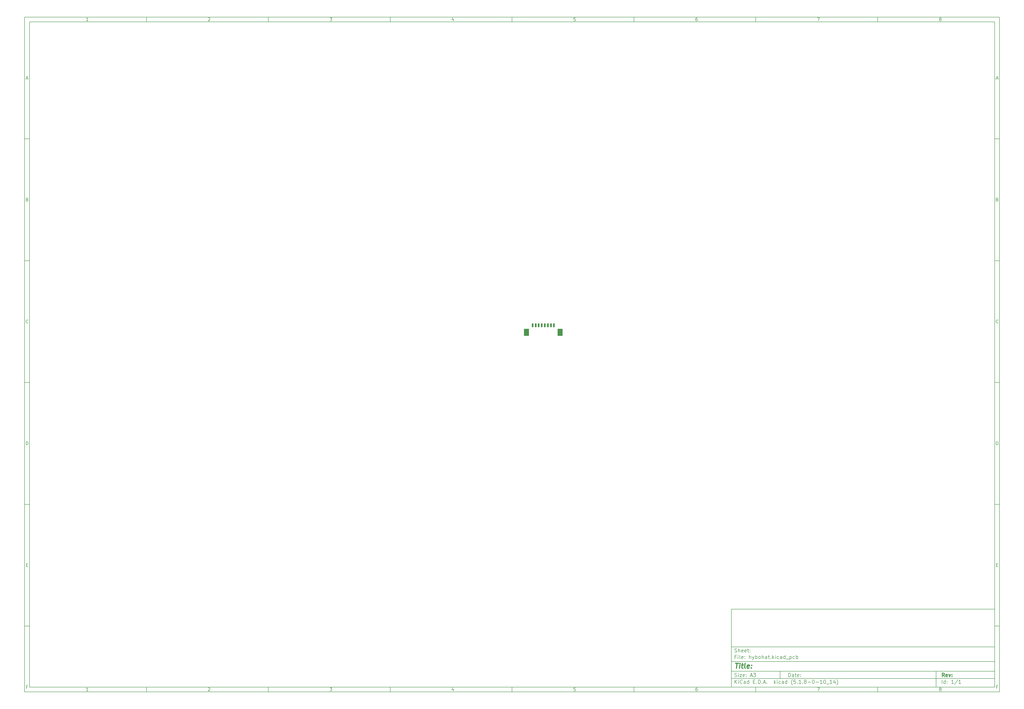
<source format=gbr>
G04 #@! TF.GenerationSoftware,KiCad,Pcbnew,(5.1.8-0-10_14)*
G04 #@! TF.CreationDate,2020-11-12T09:26:00+09:00*
G04 #@! TF.ProjectId,hybohat,6879626f-6861-4742-9e6b-696361645f70,rev?*
G04 #@! TF.SameCoordinates,Original*
G04 #@! TF.FileFunction,Paste,Top*
G04 #@! TF.FilePolarity,Positive*
%FSLAX46Y46*%
G04 Gerber Fmt 4.6, Leading zero omitted, Abs format (unit mm)*
G04 Created by KiCad (PCBNEW (5.1.8-0-10_14)) date 2020-11-12 09:26:00*
%MOMM*%
%LPD*%
G01*
G04 APERTURE LIST*
%ADD10C,0.100000*%
%ADD11C,0.150000*%
%ADD12C,0.300000*%
%ADD13C,0.400000*%
%ADD14R,2.100000X3.000000*%
%ADD15R,0.800000X1.600000*%
G04 APERTURE END LIST*
D10*
D11*
X299989000Y-253002200D02*
X299989000Y-285002200D01*
X407989000Y-285002200D01*
X407989000Y-253002200D01*
X299989000Y-253002200D01*
D10*
D11*
X10000000Y-10000000D02*
X10000000Y-287002200D01*
X409989000Y-287002200D01*
X409989000Y-10000000D01*
X10000000Y-10000000D01*
D10*
D11*
X12000000Y-12000000D02*
X12000000Y-285002200D01*
X407989000Y-285002200D01*
X407989000Y-12000000D01*
X12000000Y-12000000D01*
D10*
D11*
X60000000Y-12000000D02*
X60000000Y-10000000D01*
D10*
D11*
X110000000Y-12000000D02*
X110000000Y-10000000D01*
D10*
D11*
X160000000Y-12000000D02*
X160000000Y-10000000D01*
D10*
D11*
X210000000Y-12000000D02*
X210000000Y-10000000D01*
D10*
D11*
X260000000Y-12000000D02*
X260000000Y-10000000D01*
D10*
D11*
X310000000Y-12000000D02*
X310000000Y-10000000D01*
D10*
D11*
X360000000Y-12000000D02*
X360000000Y-10000000D01*
D10*
D11*
X36065476Y-11588095D02*
X35322619Y-11588095D01*
X35694047Y-11588095D02*
X35694047Y-10288095D01*
X35570238Y-10473809D01*
X35446428Y-10597619D01*
X35322619Y-10659523D01*
D10*
D11*
X85322619Y-10411904D02*
X85384523Y-10350000D01*
X85508333Y-10288095D01*
X85817857Y-10288095D01*
X85941666Y-10350000D01*
X86003571Y-10411904D01*
X86065476Y-10535714D01*
X86065476Y-10659523D01*
X86003571Y-10845238D01*
X85260714Y-11588095D01*
X86065476Y-11588095D01*
D10*
D11*
X135260714Y-10288095D02*
X136065476Y-10288095D01*
X135632142Y-10783333D01*
X135817857Y-10783333D01*
X135941666Y-10845238D01*
X136003571Y-10907142D01*
X136065476Y-11030952D01*
X136065476Y-11340476D01*
X136003571Y-11464285D01*
X135941666Y-11526190D01*
X135817857Y-11588095D01*
X135446428Y-11588095D01*
X135322619Y-11526190D01*
X135260714Y-11464285D01*
D10*
D11*
X185941666Y-10721428D02*
X185941666Y-11588095D01*
X185632142Y-10226190D02*
X185322619Y-11154761D01*
X186127380Y-11154761D01*
D10*
D11*
X236003571Y-10288095D02*
X235384523Y-10288095D01*
X235322619Y-10907142D01*
X235384523Y-10845238D01*
X235508333Y-10783333D01*
X235817857Y-10783333D01*
X235941666Y-10845238D01*
X236003571Y-10907142D01*
X236065476Y-11030952D01*
X236065476Y-11340476D01*
X236003571Y-11464285D01*
X235941666Y-11526190D01*
X235817857Y-11588095D01*
X235508333Y-11588095D01*
X235384523Y-11526190D01*
X235322619Y-11464285D01*
D10*
D11*
X285941666Y-10288095D02*
X285694047Y-10288095D01*
X285570238Y-10350000D01*
X285508333Y-10411904D01*
X285384523Y-10597619D01*
X285322619Y-10845238D01*
X285322619Y-11340476D01*
X285384523Y-11464285D01*
X285446428Y-11526190D01*
X285570238Y-11588095D01*
X285817857Y-11588095D01*
X285941666Y-11526190D01*
X286003571Y-11464285D01*
X286065476Y-11340476D01*
X286065476Y-11030952D01*
X286003571Y-10907142D01*
X285941666Y-10845238D01*
X285817857Y-10783333D01*
X285570238Y-10783333D01*
X285446428Y-10845238D01*
X285384523Y-10907142D01*
X285322619Y-11030952D01*
D10*
D11*
X335260714Y-10288095D02*
X336127380Y-10288095D01*
X335570238Y-11588095D01*
D10*
D11*
X385570238Y-10845238D02*
X385446428Y-10783333D01*
X385384523Y-10721428D01*
X385322619Y-10597619D01*
X385322619Y-10535714D01*
X385384523Y-10411904D01*
X385446428Y-10350000D01*
X385570238Y-10288095D01*
X385817857Y-10288095D01*
X385941666Y-10350000D01*
X386003571Y-10411904D01*
X386065476Y-10535714D01*
X386065476Y-10597619D01*
X386003571Y-10721428D01*
X385941666Y-10783333D01*
X385817857Y-10845238D01*
X385570238Y-10845238D01*
X385446428Y-10907142D01*
X385384523Y-10969047D01*
X385322619Y-11092857D01*
X385322619Y-11340476D01*
X385384523Y-11464285D01*
X385446428Y-11526190D01*
X385570238Y-11588095D01*
X385817857Y-11588095D01*
X385941666Y-11526190D01*
X386003571Y-11464285D01*
X386065476Y-11340476D01*
X386065476Y-11092857D01*
X386003571Y-10969047D01*
X385941666Y-10907142D01*
X385817857Y-10845238D01*
D10*
D11*
X60000000Y-285002200D02*
X60000000Y-287002200D01*
D10*
D11*
X110000000Y-285002200D02*
X110000000Y-287002200D01*
D10*
D11*
X160000000Y-285002200D02*
X160000000Y-287002200D01*
D10*
D11*
X210000000Y-285002200D02*
X210000000Y-287002200D01*
D10*
D11*
X260000000Y-285002200D02*
X260000000Y-287002200D01*
D10*
D11*
X310000000Y-285002200D02*
X310000000Y-287002200D01*
D10*
D11*
X360000000Y-285002200D02*
X360000000Y-287002200D01*
D10*
D11*
X36065476Y-286590295D02*
X35322619Y-286590295D01*
X35694047Y-286590295D02*
X35694047Y-285290295D01*
X35570238Y-285476009D01*
X35446428Y-285599819D01*
X35322619Y-285661723D01*
D10*
D11*
X85322619Y-285414104D02*
X85384523Y-285352200D01*
X85508333Y-285290295D01*
X85817857Y-285290295D01*
X85941666Y-285352200D01*
X86003571Y-285414104D01*
X86065476Y-285537914D01*
X86065476Y-285661723D01*
X86003571Y-285847438D01*
X85260714Y-286590295D01*
X86065476Y-286590295D01*
D10*
D11*
X135260714Y-285290295D02*
X136065476Y-285290295D01*
X135632142Y-285785533D01*
X135817857Y-285785533D01*
X135941666Y-285847438D01*
X136003571Y-285909342D01*
X136065476Y-286033152D01*
X136065476Y-286342676D01*
X136003571Y-286466485D01*
X135941666Y-286528390D01*
X135817857Y-286590295D01*
X135446428Y-286590295D01*
X135322619Y-286528390D01*
X135260714Y-286466485D01*
D10*
D11*
X185941666Y-285723628D02*
X185941666Y-286590295D01*
X185632142Y-285228390D02*
X185322619Y-286156961D01*
X186127380Y-286156961D01*
D10*
D11*
X236003571Y-285290295D02*
X235384523Y-285290295D01*
X235322619Y-285909342D01*
X235384523Y-285847438D01*
X235508333Y-285785533D01*
X235817857Y-285785533D01*
X235941666Y-285847438D01*
X236003571Y-285909342D01*
X236065476Y-286033152D01*
X236065476Y-286342676D01*
X236003571Y-286466485D01*
X235941666Y-286528390D01*
X235817857Y-286590295D01*
X235508333Y-286590295D01*
X235384523Y-286528390D01*
X235322619Y-286466485D01*
D10*
D11*
X285941666Y-285290295D02*
X285694047Y-285290295D01*
X285570238Y-285352200D01*
X285508333Y-285414104D01*
X285384523Y-285599819D01*
X285322619Y-285847438D01*
X285322619Y-286342676D01*
X285384523Y-286466485D01*
X285446428Y-286528390D01*
X285570238Y-286590295D01*
X285817857Y-286590295D01*
X285941666Y-286528390D01*
X286003571Y-286466485D01*
X286065476Y-286342676D01*
X286065476Y-286033152D01*
X286003571Y-285909342D01*
X285941666Y-285847438D01*
X285817857Y-285785533D01*
X285570238Y-285785533D01*
X285446428Y-285847438D01*
X285384523Y-285909342D01*
X285322619Y-286033152D01*
D10*
D11*
X335260714Y-285290295D02*
X336127380Y-285290295D01*
X335570238Y-286590295D01*
D10*
D11*
X385570238Y-285847438D02*
X385446428Y-285785533D01*
X385384523Y-285723628D01*
X385322619Y-285599819D01*
X385322619Y-285537914D01*
X385384523Y-285414104D01*
X385446428Y-285352200D01*
X385570238Y-285290295D01*
X385817857Y-285290295D01*
X385941666Y-285352200D01*
X386003571Y-285414104D01*
X386065476Y-285537914D01*
X386065476Y-285599819D01*
X386003571Y-285723628D01*
X385941666Y-285785533D01*
X385817857Y-285847438D01*
X385570238Y-285847438D01*
X385446428Y-285909342D01*
X385384523Y-285971247D01*
X385322619Y-286095057D01*
X385322619Y-286342676D01*
X385384523Y-286466485D01*
X385446428Y-286528390D01*
X385570238Y-286590295D01*
X385817857Y-286590295D01*
X385941666Y-286528390D01*
X386003571Y-286466485D01*
X386065476Y-286342676D01*
X386065476Y-286095057D01*
X386003571Y-285971247D01*
X385941666Y-285909342D01*
X385817857Y-285847438D01*
D10*
D11*
X10000000Y-60000000D02*
X12000000Y-60000000D01*
D10*
D11*
X10000000Y-110000000D02*
X12000000Y-110000000D01*
D10*
D11*
X10000000Y-160000000D02*
X12000000Y-160000000D01*
D10*
D11*
X10000000Y-210000000D02*
X12000000Y-210000000D01*
D10*
D11*
X10000000Y-260000000D02*
X12000000Y-260000000D01*
D10*
D11*
X10690476Y-35216666D02*
X11309523Y-35216666D01*
X10566666Y-35588095D02*
X11000000Y-34288095D01*
X11433333Y-35588095D01*
D10*
D11*
X11092857Y-84907142D02*
X11278571Y-84969047D01*
X11340476Y-85030952D01*
X11402380Y-85154761D01*
X11402380Y-85340476D01*
X11340476Y-85464285D01*
X11278571Y-85526190D01*
X11154761Y-85588095D01*
X10659523Y-85588095D01*
X10659523Y-84288095D01*
X11092857Y-84288095D01*
X11216666Y-84350000D01*
X11278571Y-84411904D01*
X11340476Y-84535714D01*
X11340476Y-84659523D01*
X11278571Y-84783333D01*
X11216666Y-84845238D01*
X11092857Y-84907142D01*
X10659523Y-84907142D01*
D10*
D11*
X11402380Y-135464285D02*
X11340476Y-135526190D01*
X11154761Y-135588095D01*
X11030952Y-135588095D01*
X10845238Y-135526190D01*
X10721428Y-135402380D01*
X10659523Y-135278571D01*
X10597619Y-135030952D01*
X10597619Y-134845238D01*
X10659523Y-134597619D01*
X10721428Y-134473809D01*
X10845238Y-134350000D01*
X11030952Y-134288095D01*
X11154761Y-134288095D01*
X11340476Y-134350000D01*
X11402380Y-134411904D01*
D10*
D11*
X10659523Y-185588095D02*
X10659523Y-184288095D01*
X10969047Y-184288095D01*
X11154761Y-184350000D01*
X11278571Y-184473809D01*
X11340476Y-184597619D01*
X11402380Y-184845238D01*
X11402380Y-185030952D01*
X11340476Y-185278571D01*
X11278571Y-185402380D01*
X11154761Y-185526190D01*
X10969047Y-185588095D01*
X10659523Y-185588095D01*
D10*
D11*
X10721428Y-234907142D02*
X11154761Y-234907142D01*
X11340476Y-235588095D02*
X10721428Y-235588095D01*
X10721428Y-234288095D01*
X11340476Y-234288095D01*
D10*
D11*
X11185714Y-284907142D02*
X10752380Y-284907142D01*
X10752380Y-285588095D02*
X10752380Y-284288095D01*
X11371428Y-284288095D01*
D10*
D11*
X409989000Y-60000000D02*
X407989000Y-60000000D01*
D10*
D11*
X409989000Y-110000000D02*
X407989000Y-110000000D01*
D10*
D11*
X409989000Y-160000000D02*
X407989000Y-160000000D01*
D10*
D11*
X409989000Y-210000000D02*
X407989000Y-210000000D01*
D10*
D11*
X409989000Y-260000000D02*
X407989000Y-260000000D01*
D10*
D11*
X408679476Y-35216666D02*
X409298523Y-35216666D01*
X408555666Y-35588095D02*
X408989000Y-34288095D01*
X409422333Y-35588095D01*
D10*
D11*
X409081857Y-84907142D02*
X409267571Y-84969047D01*
X409329476Y-85030952D01*
X409391380Y-85154761D01*
X409391380Y-85340476D01*
X409329476Y-85464285D01*
X409267571Y-85526190D01*
X409143761Y-85588095D01*
X408648523Y-85588095D01*
X408648523Y-84288095D01*
X409081857Y-84288095D01*
X409205666Y-84350000D01*
X409267571Y-84411904D01*
X409329476Y-84535714D01*
X409329476Y-84659523D01*
X409267571Y-84783333D01*
X409205666Y-84845238D01*
X409081857Y-84907142D01*
X408648523Y-84907142D01*
D10*
D11*
X409391380Y-135464285D02*
X409329476Y-135526190D01*
X409143761Y-135588095D01*
X409019952Y-135588095D01*
X408834238Y-135526190D01*
X408710428Y-135402380D01*
X408648523Y-135278571D01*
X408586619Y-135030952D01*
X408586619Y-134845238D01*
X408648523Y-134597619D01*
X408710428Y-134473809D01*
X408834238Y-134350000D01*
X409019952Y-134288095D01*
X409143761Y-134288095D01*
X409329476Y-134350000D01*
X409391380Y-134411904D01*
D10*
D11*
X408648523Y-185588095D02*
X408648523Y-184288095D01*
X408958047Y-184288095D01*
X409143761Y-184350000D01*
X409267571Y-184473809D01*
X409329476Y-184597619D01*
X409391380Y-184845238D01*
X409391380Y-185030952D01*
X409329476Y-185278571D01*
X409267571Y-185402380D01*
X409143761Y-185526190D01*
X408958047Y-185588095D01*
X408648523Y-185588095D01*
D10*
D11*
X408710428Y-234907142D02*
X409143761Y-234907142D01*
X409329476Y-235588095D02*
X408710428Y-235588095D01*
X408710428Y-234288095D01*
X409329476Y-234288095D01*
D10*
D11*
X409174714Y-284907142D02*
X408741380Y-284907142D01*
X408741380Y-285588095D02*
X408741380Y-284288095D01*
X409360428Y-284288095D01*
D10*
D11*
X323421142Y-280780771D02*
X323421142Y-279280771D01*
X323778285Y-279280771D01*
X323992571Y-279352200D01*
X324135428Y-279495057D01*
X324206857Y-279637914D01*
X324278285Y-279923628D01*
X324278285Y-280137914D01*
X324206857Y-280423628D01*
X324135428Y-280566485D01*
X323992571Y-280709342D01*
X323778285Y-280780771D01*
X323421142Y-280780771D01*
X325564000Y-280780771D02*
X325564000Y-279995057D01*
X325492571Y-279852200D01*
X325349714Y-279780771D01*
X325064000Y-279780771D01*
X324921142Y-279852200D01*
X325564000Y-280709342D02*
X325421142Y-280780771D01*
X325064000Y-280780771D01*
X324921142Y-280709342D01*
X324849714Y-280566485D01*
X324849714Y-280423628D01*
X324921142Y-280280771D01*
X325064000Y-280209342D01*
X325421142Y-280209342D01*
X325564000Y-280137914D01*
X326064000Y-279780771D02*
X326635428Y-279780771D01*
X326278285Y-279280771D02*
X326278285Y-280566485D01*
X326349714Y-280709342D01*
X326492571Y-280780771D01*
X326635428Y-280780771D01*
X327706857Y-280709342D02*
X327564000Y-280780771D01*
X327278285Y-280780771D01*
X327135428Y-280709342D01*
X327064000Y-280566485D01*
X327064000Y-279995057D01*
X327135428Y-279852200D01*
X327278285Y-279780771D01*
X327564000Y-279780771D01*
X327706857Y-279852200D01*
X327778285Y-279995057D01*
X327778285Y-280137914D01*
X327064000Y-280280771D01*
X328421142Y-280637914D02*
X328492571Y-280709342D01*
X328421142Y-280780771D01*
X328349714Y-280709342D01*
X328421142Y-280637914D01*
X328421142Y-280780771D01*
X328421142Y-279852200D02*
X328492571Y-279923628D01*
X328421142Y-279995057D01*
X328349714Y-279923628D01*
X328421142Y-279852200D01*
X328421142Y-279995057D01*
D10*
D11*
X299989000Y-281502200D02*
X407989000Y-281502200D01*
D10*
D11*
X301421142Y-283580771D02*
X301421142Y-282080771D01*
X302278285Y-283580771D02*
X301635428Y-282723628D01*
X302278285Y-282080771D02*
X301421142Y-282937914D01*
X302921142Y-283580771D02*
X302921142Y-282580771D01*
X302921142Y-282080771D02*
X302849714Y-282152200D01*
X302921142Y-282223628D01*
X302992571Y-282152200D01*
X302921142Y-282080771D01*
X302921142Y-282223628D01*
X304492571Y-283437914D02*
X304421142Y-283509342D01*
X304206857Y-283580771D01*
X304064000Y-283580771D01*
X303849714Y-283509342D01*
X303706857Y-283366485D01*
X303635428Y-283223628D01*
X303564000Y-282937914D01*
X303564000Y-282723628D01*
X303635428Y-282437914D01*
X303706857Y-282295057D01*
X303849714Y-282152200D01*
X304064000Y-282080771D01*
X304206857Y-282080771D01*
X304421142Y-282152200D01*
X304492571Y-282223628D01*
X305778285Y-283580771D02*
X305778285Y-282795057D01*
X305706857Y-282652200D01*
X305564000Y-282580771D01*
X305278285Y-282580771D01*
X305135428Y-282652200D01*
X305778285Y-283509342D02*
X305635428Y-283580771D01*
X305278285Y-283580771D01*
X305135428Y-283509342D01*
X305064000Y-283366485D01*
X305064000Y-283223628D01*
X305135428Y-283080771D01*
X305278285Y-283009342D01*
X305635428Y-283009342D01*
X305778285Y-282937914D01*
X307135428Y-283580771D02*
X307135428Y-282080771D01*
X307135428Y-283509342D02*
X306992571Y-283580771D01*
X306706857Y-283580771D01*
X306564000Y-283509342D01*
X306492571Y-283437914D01*
X306421142Y-283295057D01*
X306421142Y-282866485D01*
X306492571Y-282723628D01*
X306564000Y-282652200D01*
X306706857Y-282580771D01*
X306992571Y-282580771D01*
X307135428Y-282652200D01*
X308992571Y-282795057D02*
X309492571Y-282795057D01*
X309706857Y-283580771D02*
X308992571Y-283580771D01*
X308992571Y-282080771D01*
X309706857Y-282080771D01*
X310349714Y-283437914D02*
X310421142Y-283509342D01*
X310349714Y-283580771D01*
X310278285Y-283509342D01*
X310349714Y-283437914D01*
X310349714Y-283580771D01*
X311064000Y-283580771D02*
X311064000Y-282080771D01*
X311421142Y-282080771D01*
X311635428Y-282152200D01*
X311778285Y-282295057D01*
X311849714Y-282437914D01*
X311921142Y-282723628D01*
X311921142Y-282937914D01*
X311849714Y-283223628D01*
X311778285Y-283366485D01*
X311635428Y-283509342D01*
X311421142Y-283580771D01*
X311064000Y-283580771D01*
X312564000Y-283437914D02*
X312635428Y-283509342D01*
X312564000Y-283580771D01*
X312492571Y-283509342D01*
X312564000Y-283437914D01*
X312564000Y-283580771D01*
X313206857Y-283152200D02*
X313921142Y-283152200D01*
X313064000Y-283580771D02*
X313564000Y-282080771D01*
X314064000Y-283580771D01*
X314564000Y-283437914D02*
X314635428Y-283509342D01*
X314564000Y-283580771D01*
X314492571Y-283509342D01*
X314564000Y-283437914D01*
X314564000Y-283580771D01*
X317564000Y-283580771D02*
X317564000Y-282080771D01*
X317706857Y-283009342D02*
X318135428Y-283580771D01*
X318135428Y-282580771D02*
X317564000Y-283152200D01*
X318778285Y-283580771D02*
X318778285Y-282580771D01*
X318778285Y-282080771D02*
X318706857Y-282152200D01*
X318778285Y-282223628D01*
X318849714Y-282152200D01*
X318778285Y-282080771D01*
X318778285Y-282223628D01*
X320135428Y-283509342D02*
X319992571Y-283580771D01*
X319706857Y-283580771D01*
X319564000Y-283509342D01*
X319492571Y-283437914D01*
X319421142Y-283295057D01*
X319421142Y-282866485D01*
X319492571Y-282723628D01*
X319564000Y-282652200D01*
X319706857Y-282580771D01*
X319992571Y-282580771D01*
X320135428Y-282652200D01*
X321421142Y-283580771D02*
X321421142Y-282795057D01*
X321349714Y-282652200D01*
X321206857Y-282580771D01*
X320921142Y-282580771D01*
X320778285Y-282652200D01*
X321421142Y-283509342D02*
X321278285Y-283580771D01*
X320921142Y-283580771D01*
X320778285Y-283509342D01*
X320706857Y-283366485D01*
X320706857Y-283223628D01*
X320778285Y-283080771D01*
X320921142Y-283009342D01*
X321278285Y-283009342D01*
X321421142Y-282937914D01*
X322778285Y-283580771D02*
X322778285Y-282080771D01*
X322778285Y-283509342D02*
X322635428Y-283580771D01*
X322349714Y-283580771D01*
X322206857Y-283509342D01*
X322135428Y-283437914D01*
X322064000Y-283295057D01*
X322064000Y-282866485D01*
X322135428Y-282723628D01*
X322206857Y-282652200D01*
X322349714Y-282580771D01*
X322635428Y-282580771D01*
X322778285Y-282652200D01*
X325064000Y-284152200D02*
X324992571Y-284080771D01*
X324849714Y-283866485D01*
X324778285Y-283723628D01*
X324706857Y-283509342D01*
X324635428Y-283152200D01*
X324635428Y-282866485D01*
X324706857Y-282509342D01*
X324778285Y-282295057D01*
X324849714Y-282152200D01*
X324992571Y-281937914D01*
X325064000Y-281866485D01*
X326349714Y-282080771D02*
X325635428Y-282080771D01*
X325564000Y-282795057D01*
X325635428Y-282723628D01*
X325778285Y-282652200D01*
X326135428Y-282652200D01*
X326278285Y-282723628D01*
X326349714Y-282795057D01*
X326421142Y-282937914D01*
X326421142Y-283295057D01*
X326349714Y-283437914D01*
X326278285Y-283509342D01*
X326135428Y-283580771D01*
X325778285Y-283580771D01*
X325635428Y-283509342D01*
X325564000Y-283437914D01*
X327064000Y-283437914D02*
X327135428Y-283509342D01*
X327064000Y-283580771D01*
X326992571Y-283509342D01*
X327064000Y-283437914D01*
X327064000Y-283580771D01*
X328564000Y-283580771D02*
X327706857Y-283580771D01*
X328135428Y-283580771D02*
X328135428Y-282080771D01*
X327992571Y-282295057D01*
X327849714Y-282437914D01*
X327706857Y-282509342D01*
X329206857Y-283437914D02*
X329278285Y-283509342D01*
X329206857Y-283580771D01*
X329135428Y-283509342D01*
X329206857Y-283437914D01*
X329206857Y-283580771D01*
X330135428Y-282723628D02*
X329992571Y-282652200D01*
X329921142Y-282580771D01*
X329849714Y-282437914D01*
X329849714Y-282366485D01*
X329921142Y-282223628D01*
X329992571Y-282152200D01*
X330135428Y-282080771D01*
X330421142Y-282080771D01*
X330564000Y-282152200D01*
X330635428Y-282223628D01*
X330706857Y-282366485D01*
X330706857Y-282437914D01*
X330635428Y-282580771D01*
X330564000Y-282652200D01*
X330421142Y-282723628D01*
X330135428Y-282723628D01*
X329992571Y-282795057D01*
X329921142Y-282866485D01*
X329849714Y-283009342D01*
X329849714Y-283295057D01*
X329921142Y-283437914D01*
X329992571Y-283509342D01*
X330135428Y-283580771D01*
X330421142Y-283580771D01*
X330564000Y-283509342D01*
X330635428Y-283437914D01*
X330706857Y-283295057D01*
X330706857Y-283009342D01*
X330635428Y-282866485D01*
X330564000Y-282795057D01*
X330421142Y-282723628D01*
X331349714Y-283009342D02*
X332492571Y-283009342D01*
X333492571Y-282080771D02*
X333635428Y-282080771D01*
X333778285Y-282152200D01*
X333849714Y-282223628D01*
X333921142Y-282366485D01*
X333992571Y-282652200D01*
X333992571Y-283009342D01*
X333921142Y-283295057D01*
X333849714Y-283437914D01*
X333778285Y-283509342D01*
X333635428Y-283580771D01*
X333492571Y-283580771D01*
X333349714Y-283509342D01*
X333278285Y-283437914D01*
X333206857Y-283295057D01*
X333135428Y-283009342D01*
X333135428Y-282652200D01*
X333206857Y-282366485D01*
X333278285Y-282223628D01*
X333349714Y-282152200D01*
X333492571Y-282080771D01*
X334635428Y-283009342D02*
X335778285Y-283009342D01*
X337278285Y-283580771D02*
X336421142Y-283580771D01*
X336849714Y-283580771D02*
X336849714Y-282080771D01*
X336706857Y-282295057D01*
X336564000Y-282437914D01*
X336421142Y-282509342D01*
X338206857Y-282080771D02*
X338349714Y-282080771D01*
X338492571Y-282152200D01*
X338564000Y-282223628D01*
X338635428Y-282366485D01*
X338706857Y-282652200D01*
X338706857Y-283009342D01*
X338635428Y-283295057D01*
X338564000Y-283437914D01*
X338492571Y-283509342D01*
X338349714Y-283580771D01*
X338206857Y-283580771D01*
X338064000Y-283509342D01*
X337992571Y-283437914D01*
X337921142Y-283295057D01*
X337849714Y-283009342D01*
X337849714Y-282652200D01*
X337921142Y-282366485D01*
X337992571Y-282223628D01*
X338064000Y-282152200D01*
X338206857Y-282080771D01*
X338992571Y-283723628D02*
X340135428Y-283723628D01*
X341278285Y-283580771D02*
X340421142Y-283580771D01*
X340849714Y-283580771D02*
X340849714Y-282080771D01*
X340706857Y-282295057D01*
X340564000Y-282437914D01*
X340421142Y-282509342D01*
X342564000Y-282580771D02*
X342564000Y-283580771D01*
X342206857Y-282009342D02*
X341849714Y-283080771D01*
X342778285Y-283080771D01*
X343206857Y-284152200D02*
X343278285Y-284080771D01*
X343421142Y-283866485D01*
X343492571Y-283723628D01*
X343564000Y-283509342D01*
X343635428Y-283152200D01*
X343635428Y-282866485D01*
X343564000Y-282509342D01*
X343492571Y-282295057D01*
X343421142Y-282152200D01*
X343278285Y-281937914D01*
X343206857Y-281866485D01*
D10*
D11*
X299989000Y-278502200D02*
X407989000Y-278502200D01*
D10*
D12*
X387398285Y-280780771D02*
X386898285Y-280066485D01*
X386541142Y-280780771D02*
X386541142Y-279280771D01*
X387112571Y-279280771D01*
X387255428Y-279352200D01*
X387326857Y-279423628D01*
X387398285Y-279566485D01*
X387398285Y-279780771D01*
X387326857Y-279923628D01*
X387255428Y-279995057D01*
X387112571Y-280066485D01*
X386541142Y-280066485D01*
X388612571Y-280709342D02*
X388469714Y-280780771D01*
X388184000Y-280780771D01*
X388041142Y-280709342D01*
X387969714Y-280566485D01*
X387969714Y-279995057D01*
X388041142Y-279852200D01*
X388184000Y-279780771D01*
X388469714Y-279780771D01*
X388612571Y-279852200D01*
X388684000Y-279995057D01*
X388684000Y-280137914D01*
X387969714Y-280280771D01*
X389184000Y-279780771D02*
X389541142Y-280780771D01*
X389898285Y-279780771D01*
X390469714Y-280637914D02*
X390541142Y-280709342D01*
X390469714Y-280780771D01*
X390398285Y-280709342D01*
X390469714Y-280637914D01*
X390469714Y-280780771D01*
X390469714Y-279852200D02*
X390541142Y-279923628D01*
X390469714Y-279995057D01*
X390398285Y-279923628D01*
X390469714Y-279852200D01*
X390469714Y-279995057D01*
D10*
D11*
X301349714Y-280709342D02*
X301564000Y-280780771D01*
X301921142Y-280780771D01*
X302064000Y-280709342D01*
X302135428Y-280637914D01*
X302206857Y-280495057D01*
X302206857Y-280352200D01*
X302135428Y-280209342D01*
X302064000Y-280137914D01*
X301921142Y-280066485D01*
X301635428Y-279995057D01*
X301492571Y-279923628D01*
X301421142Y-279852200D01*
X301349714Y-279709342D01*
X301349714Y-279566485D01*
X301421142Y-279423628D01*
X301492571Y-279352200D01*
X301635428Y-279280771D01*
X301992571Y-279280771D01*
X302206857Y-279352200D01*
X302849714Y-280780771D02*
X302849714Y-279780771D01*
X302849714Y-279280771D02*
X302778285Y-279352200D01*
X302849714Y-279423628D01*
X302921142Y-279352200D01*
X302849714Y-279280771D01*
X302849714Y-279423628D01*
X303421142Y-279780771D02*
X304206857Y-279780771D01*
X303421142Y-280780771D01*
X304206857Y-280780771D01*
X305349714Y-280709342D02*
X305206857Y-280780771D01*
X304921142Y-280780771D01*
X304778285Y-280709342D01*
X304706857Y-280566485D01*
X304706857Y-279995057D01*
X304778285Y-279852200D01*
X304921142Y-279780771D01*
X305206857Y-279780771D01*
X305349714Y-279852200D01*
X305421142Y-279995057D01*
X305421142Y-280137914D01*
X304706857Y-280280771D01*
X306064000Y-280637914D02*
X306135428Y-280709342D01*
X306064000Y-280780771D01*
X305992571Y-280709342D01*
X306064000Y-280637914D01*
X306064000Y-280780771D01*
X306064000Y-279852200D02*
X306135428Y-279923628D01*
X306064000Y-279995057D01*
X305992571Y-279923628D01*
X306064000Y-279852200D01*
X306064000Y-279995057D01*
X307849714Y-280352200D02*
X308564000Y-280352200D01*
X307706857Y-280780771D02*
X308206857Y-279280771D01*
X308706857Y-280780771D01*
X309064000Y-279280771D02*
X309992571Y-279280771D01*
X309492571Y-279852200D01*
X309706857Y-279852200D01*
X309849714Y-279923628D01*
X309921142Y-279995057D01*
X309992571Y-280137914D01*
X309992571Y-280495057D01*
X309921142Y-280637914D01*
X309849714Y-280709342D01*
X309706857Y-280780771D01*
X309278285Y-280780771D01*
X309135428Y-280709342D01*
X309064000Y-280637914D01*
D10*
D11*
X386421142Y-283580771D02*
X386421142Y-282080771D01*
X387778285Y-283580771D02*
X387778285Y-282080771D01*
X387778285Y-283509342D02*
X387635428Y-283580771D01*
X387349714Y-283580771D01*
X387206857Y-283509342D01*
X387135428Y-283437914D01*
X387064000Y-283295057D01*
X387064000Y-282866485D01*
X387135428Y-282723628D01*
X387206857Y-282652200D01*
X387349714Y-282580771D01*
X387635428Y-282580771D01*
X387778285Y-282652200D01*
X388492571Y-283437914D02*
X388564000Y-283509342D01*
X388492571Y-283580771D01*
X388421142Y-283509342D01*
X388492571Y-283437914D01*
X388492571Y-283580771D01*
X388492571Y-282652200D02*
X388564000Y-282723628D01*
X388492571Y-282795057D01*
X388421142Y-282723628D01*
X388492571Y-282652200D01*
X388492571Y-282795057D01*
X391135428Y-283580771D02*
X390278285Y-283580771D01*
X390706857Y-283580771D02*
X390706857Y-282080771D01*
X390564000Y-282295057D01*
X390421142Y-282437914D01*
X390278285Y-282509342D01*
X392849714Y-282009342D02*
X391564000Y-283937914D01*
X394135428Y-283580771D02*
X393278285Y-283580771D01*
X393706857Y-283580771D02*
X393706857Y-282080771D01*
X393564000Y-282295057D01*
X393421142Y-282437914D01*
X393278285Y-282509342D01*
D10*
D11*
X299989000Y-274502200D02*
X407989000Y-274502200D01*
D10*
D13*
X301701380Y-275206961D02*
X302844238Y-275206961D01*
X302022809Y-277206961D02*
X302272809Y-275206961D01*
X303260904Y-277206961D02*
X303427571Y-275873628D01*
X303510904Y-275206961D02*
X303403761Y-275302200D01*
X303487095Y-275397438D01*
X303594238Y-275302200D01*
X303510904Y-275206961D01*
X303487095Y-275397438D01*
X304094238Y-275873628D02*
X304856142Y-275873628D01*
X304463285Y-275206961D02*
X304249000Y-276921247D01*
X304320428Y-277111723D01*
X304499000Y-277206961D01*
X304689476Y-277206961D01*
X305641857Y-277206961D02*
X305463285Y-277111723D01*
X305391857Y-276921247D01*
X305606142Y-275206961D01*
X307177571Y-277111723D02*
X306975190Y-277206961D01*
X306594238Y-277206961D01*
X306415666Y-277111723D01*
X306344238Y-276921247D01*
X306439476Y-276159342D01*
X306558523Y-275968866D01*
X306760904Y-275873628D01*
X307141857Y-275873628D01*
X307320428Y-275968866D01*
X307391857Y-276159342D01*
X307368047Y-276349819D01*
X306391857Y-276540295D01*
X308141857Y-277016485D02*
X308225190Y-277111723D01*
X308118047Y-277206961D01*
X308034714Y-277111723D01*
X308141857Y-277016485D01*
X308118047Y-277206961D01*
X308272809Y-275968866D02*
X308356142Y-276064104D01*
X308249000Y-276159342D01*
X308165666Y-276064104D01*
X308272809Y-275968866D01*
X308249000Y-276159342D01*
D10*
D11*
X301921142Y-272595057D02*
X301421142Y-272595057D01*
X301421142Y-273380771D02*
X301421142Y-271880771D01*
X302135428Y-271880771D01*
X302706857Y-273380771D02*
X302706857Y-272380771D01*
X302706857Y-271880771D02*
X302635428Y-271952200D01*
X302706857Y-272023628D01*
X302778285Y-271952200D01*
X302706857Y-271880771D01*
X302706857Y-272023628D01*
X303635428Y-273380771D02*
X303492571Y-273309342D01*
X303421142Y-273166485D01*
X303421142Y-271880771D01*
X304778285Y-273309342D02*
X304635428Y-273380771D01*
X304349714Y-273380771D01*
X304206857Y-273309342D01*
X304135428Y-273166485D01*
X304135428Y-272595057D01*
X304206857Y-272452200D01*
X304349714Y-272380771D01*
X304635428Y-272380771D01*
X304778285Y-272452200D01*
X304849714Y-272595057D01*
X304849714Y-272737914D01*
X304135428Y-272880771D01*
X305492571Y-273237914D02*
X305564000Y-273309342D01*
X305492571Y-273380771D01*
X305421142Y-273309342D01*
X305492571Y-273237914D01*
X305492571Y-273380771D01*
X305492571Y-272452200D02*
X305564000Y-272523628D01*
X305492571Y-272595057D01*
X305421142Y-272523628D01*
X305492571Y-272452200D01*
X305492571Y-272595057D01*
X307349714Y-273380771D02*
X307349714Y-271880771D01*
X307992571Y-273380771D02*
X307992571Y-272595057D01*
X307921142Y-272452200D01*
X307778285Y-272380771D01*
X307564000Y-272380771D01*
X307421142Y-272452200D01*
X307349714Y-272523628D01*
X308564000Y-272380771D02*
X308921142Y-273380771D01*
X309278285Y-272380771D02*
X308921142Y-273380771D01*
X308778285Y-273737914D01*
X308706857Y-273809342D01*
X308564000Y-273880771D01*
X309849714Y-273380771D02*
X309849714Y-271880771D01*
X309849714Y-272452200D02*
X309992571Y-272380771D01*
X310278285Y-272380771D01*
X310421142Y-272452200D01*
X310492571Y-272523628D01*
X310564000Y-272666485D01*
X310564000Y-273095057D01*
X310492571Y-273237914D01*
X310421142Y-273309342D01*
X310278285Y-273380771D01*
X309992571Y-273380771D01*
X309849714Y-273309342D01*
X311421142Y-273380771D02*
X311278285Y-273309342D01*
X311206857Y-273237914D01*
X311135428Y-273095057D01*
X311135428Y-272666485D01*
X311206857Y-272523628D01*
X311278285Y-272452200D01*
X311421142Y-272380771D01*
X311635428Y-272380771D01*
X311778285Y-272452200D01*
X311849714Y-272523628D01*
X311921142Y-272666485D01*
X311921142Y-273095057D01*
X311849714Y-273237914D01*
X311778285Y-273309342D01*
X311635428Y-273380771D01*
X311421142Y-273380771D01*
X312564000Y-273380771D02*
X312564000Y-271880771D01*
X313206857Y-273380771D02*
X313206857Y-272595057D01*
X313135428Y-272452200D01*
X312992571Y-272380771D01*
X312778285Y-272380771D01*
X312635428Y-272452200D01*
X312564000Y-272523628D01*
X314564000Y-273380771D02*
X314564000Y-272595057D01*
X314492571Y-272452200D01*
X314349714Y-272380771D01*
X314064000Y-272380771D01*
X313921142Y-272452200D01*
X314564000Y-273309342D02*
X314421142Y-273380771D01*
X314064000Y-273380771D01*
X313921142Y-273309342D01*
X313849714Y-273166485D01*
X313849714Y-273023628D01*
X313921142Y-272880771D01*
X314064000Y-272809342D01*
X314421142Y-272809342D01*
X314564000Y-272737914D01*
X315064000Y-272380771D02*
X315635428Y-272380771D01*
X315278285Y-271880771D02*
X315278285Y-273166485D01*
X315349714Y-273309342D01*
X315492571Y-273380771D01*
X315635428Y-273380771D01*
X316135428Y-273237914D02*
X316206857Y-273309342D01*
X316135428Y-273380771D01*
X316064000Y-273309342D01*
X316135428Y-273237914D01*
X316135428Y-273380771D01*
X316849714Y-273380771D02*
X316849714Y-271880771D01*
X316992571Y-272809342D02*
X317421142Y-273380771D01*
X317421142Y-272380771D02*
X316849714Y-272952200D01*
X318064000Y-273380771D02*
X318064000Y-272380771D01*
X318064000Y-271880771D02*
X317992571Y-271952200D01*
X318064000Y-272023628D01*
X318135428Y-271952200D01*
X318064000Y-271880771D01*
X318064000Y-272023628D01*
X319421142Y-273309342D02*
X319278285Y-273380771D01*
X318992571Y-273380771D01*
X318849714Y-273309342D01*
X318778285Y-273237914D01*
X318706857Y-273095057D01*
X318706857Y-272666485D01*
X318778285Y-272523628D01*
X318849714Y-272452200D01*
X318992571Y-272380771D01*
X319278285Y-272380771D01*
X319421142Y-272452200D01*
X320706857Y-273380771D02*
X320706857Y-272595057D01*
X320635428Y-272452200D01*
X320492571Y-272380771D01*
X320206857Y-272380771D01*
X320064000Y-272452200D01*
X320706857Y-273309342D02*
X320564000Y-273380771D01*
X320206857Y-273380771D01*
X320064000Y-273309342D01*
X319992571Y-273166485D01*
X319992571Y-273023628D01*
X320064000Y-272880771D01*
X320206857Y-272809342D01*
X320564000Y-272809342D01*
X320706857Y-272737914D01*
X322064000Y-273380771D02*
X322064000Y-271880771D01*
X322064000Y-273309342D02*
X321921142Y-273380771D01*
X321635428Y-273380771D01*
X321492571Y-273309342D01*
X321421142Y-273237914D01*
X321349714Y-273095057D01*
X321349714Y-272666485D01*
X321421142Y-272523628D01*
X321492571Y-272452200D01*
X321635428Y-272380771D01*
X321921142Y-272380771D01*
X322064000Y-272452200D01*
X322421142Y-273523628D02*
X323564000Y-273523628D01*
X323921142Y-272380771D02*
X323921142Y-273880771D01*
X323921142Y-272452200D02*
X324064000Y-272380771D01*
X324349714Y-272380771D01*
X324492571Y-272452200D01*
X324564000Y-272523628D01*
X324635428Y-272666485D01*
X324635428Y-273095057D01*
X324564000Y-273237914D01*
X324492571Y-273309342D01*
X324349714Y-273380771D01*
X324064000Y-273380771D01*
X323921142Y-273309342D01*
X325921142Y-273309342D02*
X325778285Y-273380771D01*
X325492571Y-273380771D01*
X325349714Y-273309342D01*
X325278285Y-273237914D01*
X325206857Y-273095057D01*
X325206857Y-272666485D01*
X325278285Y-272523628D01*
X325349714Y-272452200D01*
X325492571Y-272380771D01*
X325778285Y-272380771D01*
X325921142Y-272452200D01*
X326564000Y-273380771D02*
X326564000Y-271880771D01*
X326564000Y-272452200D02*
X326706857Y-272380771D01*
X326992571Y-272380771D01*
X327135428Y-272452200D01*
X327206857Y-272523628D01*
X327278285Y-272666485D01*
X327278285Y-273095057D01*
X327206857Y-273237914D01*
X327135428Y-273309342D01*
X326992571Y-273380771D01*
X326706857Y-273380771D01*
X326564000Y-273309342D01*
D10*
D11*
X299989000Y-268502200D02*
X407989000Y-268502200D01*
D10*
D11*
X301349714Y-270609342D02*
X301564000Y-270680771D01*
X301921142Y-270680771D01*
X302064000Y-270609342D01*
X302135428Y-270537914D01*
X302206857Y-270395057D01*
X302206857Y-270252200D01*
X302135428Y-270109342D01*
X302064000Y-270037914D01*
X301921142Y-269966485D01*
X301635428Y-269895057D01*
X301492571Y-269823628D01*
X301421142Y-269752200D01*
X301349714Y-269609342D01*
X301349714Y-269466485D01*
X301421142Y-269323628D01*
X301492571Y-269252200D01*
X301635428Y-269180771D01*
X301992571Y-269180771D01*
X302206857Y-269252200D01*
X302849714Y-270680771D02*
X302849714Y-269180771D01*
X303492571Y-270680771D02*
X303492571Y-269895057D01*
X303421142Y-269752200D01*
X303278285Y-269680771D01*
X303064000Y-269680771D01*
X302921142Y-269752200D01*
X302849714Y-269823628D01*
X304778285Y-270609342D02*
X304635428Y-270680771D01*
X304349714Y-270680771D01*
X304206857Y-270609342D01*
X304135428Y-270466485D01*
X304135428Y-269895057D01*
X304206857Y-269752200D01*
X304349714Y-269680771D01*
X304635428Y-269680771D01*
X304778285Y-269752200D01*
X304849714Y-269895057D01*
X304849714Y-270037914D01*
X304135428Y-270180771D01*
X306064000Y-270609342D02*
X305921142Y-270680771D01*
X305635428Y-270680771D01*
X305492571Y-270609342D01*
X305421142Y-270466485D01*
X305421142Y-269895057D01*
X305492571Y-269752200D01*
X305635428Y-269680771D01*
X305921142Y-269680771D01*
X306064000Y-269752200D01*
X306135428Y-269895057D01*
X306135428Y-270037914D01*
X305421142Y-270180771D01*
X306564000Y-269680771D02*
X307135428Y-269680771D01*
X306778285Y-269180771D02*
X306778285Y-270466485D01*
X306849714Y-270609342D01*
X306992571Y-270680771D01*
X307135428Y-270680771D01*
X307635428Y-270537914D02*
X307706857Y-270609342D01*
X307635428Y-270680771D01*
X307564000Y-270609342D01*
X307635428Y-270537914D01*
X307635428Y-270680771D01*
X307635428Y-269752200D02*
X307706857Y-269823628D01*
X307635428Y-269895057D01*
X307564000Y-269823628D01*
X307635428Y-269752200D01*
X307635428Y-269895057D01*
D10*
D11*
X319989000Y-278502200D02*
X319989000Y-281502200D01*
D10*
D11*
X383989000Y-278502200D02*
X383989000Y-285002200D01*
D14*
X229740000Y-139425000D03*
X215890000Y-139425000D03*
D15*
X223440000Y-136525000D03*
X225940000Y-136525000D03*
X227190000Y-136525000D03*
X224690000Y-136525000D03*
X220940000Y-136525000D03*
X222190000Y-136525000D03*
X218440000Y-136525000D03*
X219690000Y-136525000D03*
M02*

</source>
